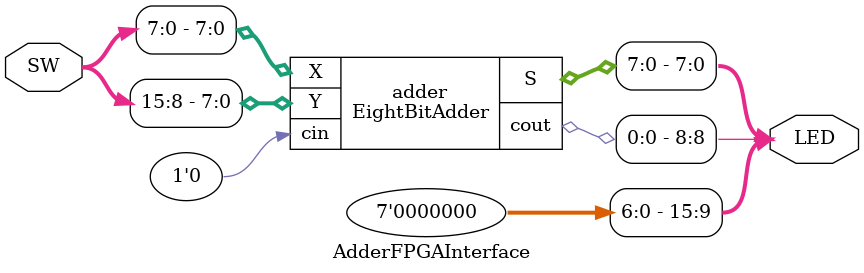
<source format=v>
`timescale 1ns / 1ps


module FullAdderStructural(x,y,Cin,Cout,s);
    input x,y,Cin;
    output s,Cout;
    xor (s, x, y, Cin);
	and (z1, x, y);
	and (z2, x, Cin);
	and (z3, y, Cin);
    or (Cout, z1, z2, z3);
endmodule

module FullAdderBehavioral(x,y,Cin,Cout,s);
    input x,y,Cin;
    output s,Cout;
    assign s = x ^ y ^ Cin, // s = x XOR y XOR Cin
           Cout = (x & y) | (x & Cin) | (y & Cin);
endmodule

module EightBitAdder(X,Y,cin,cout,S);
    input [7:0] X, Y;
    input cin;
    output cout;
    output [7:0] S;
    wire [7:1] C;
    FullAdderBehavioral stage0(X[0],Y[0],cin,C[1],S[0]);
    FullAdderBehavioral stage1(X[1],Y[1],C[1],C[2],S[1]);
    FullAdderBehavioral stage2(X[2],Y[2],C[2],C[3],S[2]);
    FullAdderBehavioral stage3(X[3],Y[3],C[3],C[4],S[3]);
    FullAdderBehavioral stage4(X[4],Y[4],C[4],C[5],S[4]);
    FullAdderBehavioral stage5(X[5],Y[5],C[5],C[6],S[5]);
    FullAdderBehavioral stage6(X[6],Y[6],C[6],C[7],S[6]);
    FullAdderBehavioral stage7(X[7],Y[7],C[7],cout,S[7]);
endmodule

module AdderFPGAInterface(SW, LED);
    input [15:0] SW;        // Switches
    output [15:0] LED;      // LEDs
    EightBitAdder adder(.X(SW[7:0]), .Y(SW[15:8]), .cin(0), .cout(LED[8]), .S(LED[7:0])); 
    // connect switches to adder X,Y input and LED to S, cout output
    assign LED[15:9] = 0; // turn off unused LEDs
endmodule
</source>
